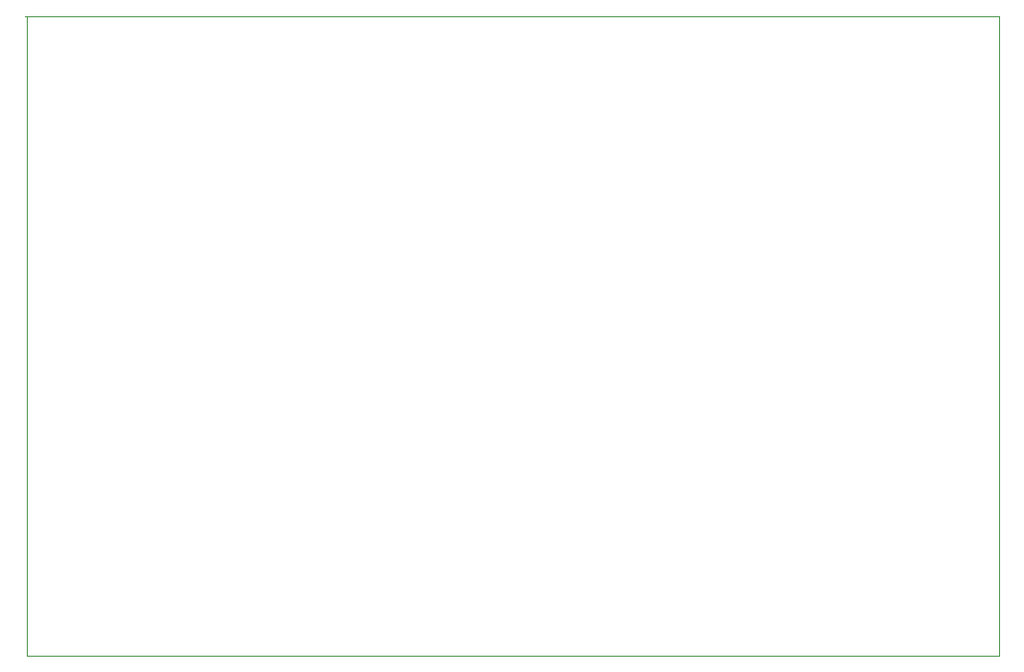
<source format=gm1>
G04 #@! TF.FileFunction,Profile,NP*
%FSLAX46Y46*%
G04 Gerber Fmt 4.6, Leading zero omitted, Abs format (unit mm)*
G04 Created by KiCad (PCBNEW 4.0.7) date Thursday, 04 January 2018 'PMt' 04:22:12 PM*
%MOMM*%
%LPD*%
G01*
G04 APERTURE LIST*
%ADD10C,0.100000*%
G04 APERTURE END LIST*
D10*
X96266000Y-61087000D02*
X182372000Y-61087000D01*
X96393000Y-117602000D02*
X96393000Y-61087000D01*
X182372000Y-117602000D02*
X96393000Y-117602000D01*
X182372000Y-61087000D02*
X182372000Y-117602000D01*
M02*

</source>
